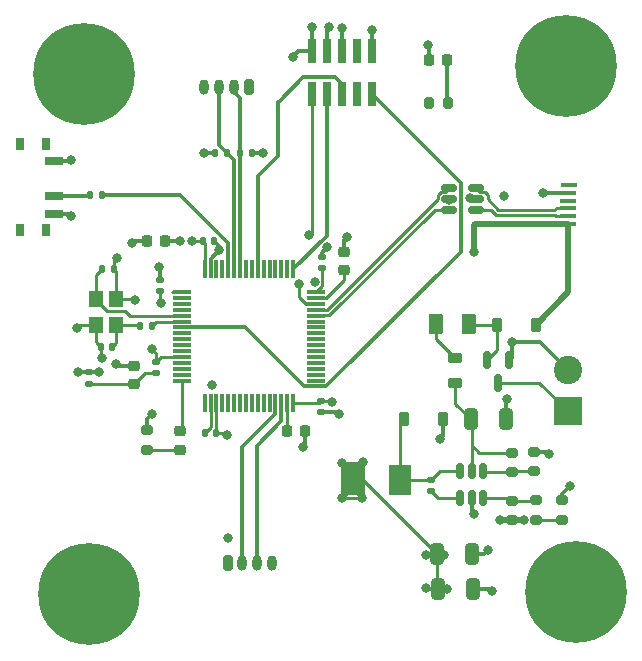
<source format=gbr>
%TF.GenerationSoftware,KiCad,Pcbnew,7.0.2*%
%TF.CreationDate,2023-06-15T10:28:23+05:30*%
%TF.ProjectId,stm32,73746d33-322e-46b6-9963-61645f706362,rev?*%
%TF.SameCoordinates,Original*%
%TF.FileFunction,Copper,L1,Top*%
%TF.FilePolarity,Positive*%
%FSLAX46Y46*%
G04 Gerber Fmt 4.6, Leading zero omitted, Abs format (unit mm)*
G04 Created by KiCad (PCBNEW 7.0.2) date 2023-06-15 10:28:23*
%MOMM*%
%LPD*%
G01*
G04 APERTURE LIST*
G04 Aperture macros list*
%AMRoundRect*
0 Rectangle with rounded corners*
0 $1 Rounding radius*
0 $2 $3 $4 $5 $6 $7 $8 $9 X,Y pos of 4 corners*
0 Add a 4 corners polygon primitive as box body*
4,1,4,$2,$3,$4,$5,$6,$7,$8,$9,$2,$3,0*
0 Add four circle primitives for the rounded corners*
1,1,$1+$1,$2,$3*
1,1,$1+$1,$4,$5*
1,1,$1+$1,$6,$7*
1,1,$1+$1,$8,$9*
0 Add four rect primitives between the rounded corners*
20,1,$1+$1,$2,$3,$4,$5,0*
20,1,$1+$1,$4,$5,$6,$7,0*
20,1,$1+$1,$6,$7,$8,$9,0*
20,1,$1+$1,$8,$9,$2,$3,0*%
G04 Aperture macros list end*
%TA.AperFunction,ComponentPad*%
%ADD10RoundRect,0.200000X-0.200000X-0.450000X0.200000X-0.450000X0.200000X0.450000X-0.200000X0.450000X0*%
%TD*%
%TA.AperFunction,ComponentPad*%
%ADD11O,0.800000X1.300000*%
%TD*%
%TA.AperFunction,SMDPad,CuDef*%
%ADD12RoundRect,0.140000X0.140000X0.170000X-0.140000X0.170000X-0.140000X-0.170000X0.140000X-0.170000X0*%
%TD*%
%TA.AperFunction,SMDPad,CuDef*%
%ADD13RoundRect,0.140000X-0.170000X0.140000X-0.170000X-0.140000X0.170000X-0.140000X0.170000X0.140000X0*%
%TD*%
%TA.AperFunction,SMDPad,CuDef*%
%ADD14RoundRect,0.135000X-0.135000X-0.185000X0.135000X-0.185000X0.135000X0.185000X-0.135000X0.185000X0*%
%TD*%
%TA.AperFunction,SMDPad,CuDef*%
%ADD15RoundRect,0.200000X-0.275000X0.200000X-0.275000X-0.200000X0.275000X-0.200000X0.275000X0.200000X0*%
%TD*%
%TA.AperFunction,SMDPad,CuDef*%
%ADD16R,0.800000X1.000000*%
%TD*%
%TA.AperFunction,SMDPad,CuDef*%
%ADD17R,1.500000X0.700000*%
%TD*%
%TA.AperFunction,ComponentPad*%
%ADD18R,2.400000X2.400000*%
%TD*%
%TA.AperFunction,ComponentPad*%
%ADD19C,2.400000*%
%TD*%
%TA.AperFunction,ComponentPad*%
%ADD20C,0.900000*%
%TD*%
%TA.AperFunction,ComponentPad*%
%ADD21C,8.600000*%
%TD*%
%TA.AperFunction,SMDPad,CuDef*%
%ADD22RoundRect,0.200000X-0.200000X-0.275000X0.200000X-0.275000X0.200000X0.275000X-0.200000X0.275000X0*%
%TD*%
%TA.AperFunction,SMDPad,CuDef*%
%ADD23RoundRect,0.140000X0.170000X-0.140000X0.170000X0.140000X-0.170000X0.140000X-0.170000X-0.140000X0*%
%TD*%
%TA.AperFunction,SMDPad,CuDef*%
%ADD24RoundRect,0.150000X0.512500X0.150000X-0.512500X0.150000X-0.512500X-0.150000X0.512500X-0.150000X0*%
%TD*%
%TA.AperFunction,SMDPad,CuDef*%
%ADD25RoundRect,0.225000X-0.225000X-0.375000X0.225000X-0.375000X0.225000X0.375000X-0.225000X0.375000X0*%
%TD*%
%TA.AperFunction,SMDPad,CuDef*%
%ADD26RoundRect,0.225000X-0.225000X-0.250000X0.225000X-0.250000X0.225000X0.250000X-0.225000X0.250000X0*%
%TD*%
%TA.AperFunction,SMDPad,CuDef*%
%ADD27RoundRect,0.225000X0.225000X0.250000X-0.225000X0.250000X-0.225000X-0.250000X0.225000X-0.250000X0*%
%TD*%
%TA.AperFunction,SMDPad,CuDef*%
%ADD28RoundRect,0.135000X0.135000X0.185000X-0.135000X0.185000X-0.135000X-0.185000X0.135000X-0.185000X0*%
%TD*%
%TA.AperFunction,SMDPad,CuDef*%
%ADD29RoundRect,0.150000X-0.150000X0.587500X-0.150000X-0.587500X0.150000X-0.587500X0.150000X0.587500X0*%
%TD*%
%TA.AperFunction,SMDPad,CuDef*%
%ADD30RoundRect,0.140000X-0.140000X-0.170000X0.140000X-0.170000X0.140000X0.170000X-0.140000X0.170000X0*%
%TD*%
%TA.AperFunction,SMDPad,CuDef*%
%ADD31RoundRect,0.218750X0.256250X-0.218750X0.256250X0.218750X-0.256250X0.218750X-0.256250X-0.218750X0*%
%TD*%
%TA.AperFunction,SMDPad,CuDef*%
%ADD32R,1.350000X0.400000*%
%TD*%
%TA.AperFunction,SMDPad,CuDef*%
%ADD33RoundRect,0.218750X0.218750X0.256250X-0.218750X0.256250X-0.218750X-0.256250X0.218750X-0.256250X0*%
%TD*%
%TA.AperFunction,SMDPad,CuDef*%
%ADD34RoundRect,0.200000X0.275000X-0.200000X0.275000X0.200000X-0.275000X0.200000X-0.275000X-0.200000X0*%
%TD*%
%TA.AperFunction,SMDPad,CuDef*%
%ADD35R,0.750000X2.100000*%
%TD*%
%TA.AperFunction,SMDPad,CuDef*%
%ADD36RoundRect,0.150000X0.150000X-0.512500X0.150000X0.512500X-0.150000X0.512500X-0.150000X-0.512500X0*%
%TD*%
%TA.AperFunction,SMDPad,CuDef*%
%ADD37RoundRect,0.075000X-0.700000X-0.075000X0.700000X-0.075000X0.700000X0.075000X-0.700000X0.075000X0*%
%TD*%
%TA.AperFunction,SMDPad,CuDef*%
%ADD38RoundRect,0.075000X-0.075000X-0.700000X0.075000X-0.700000X0.075000X0.700000X-0.075000X0.700000X0*%
%TD*%
%TA.AperFunction,SMDPad,CuDef*%
%ADD39R,1.200000X1.400000*%
%TD*%
%TA.AperFunction,SMDPad,CuDef*%
%ADD40RoundRect,0.218750X0.381250X-0.218750X0.381250X0.218750X-0.381250X0.218750X-0.381250X-0.218750X0*%
%TD*%
%TA.AperFunction,SMDPad,CuDef*%
%ADD41RoundRect,0.225000X0.250000X-0.225000X0.250000X0.225000X-0.250000X0.225000X-0.250000X-0.225000X0*%
%TD*%
%TA.AperFunction,SMDPad,CuDef*%
%ADD42R,1.900000X2.500000*%
%TD*%
%TA.AperFunction,SMDPad,CuDef*%
%ADD43RoundRect,0.250000X-0.375000X-0.625000X0.375000X-0.625000X0.375000X0.625000X-0.375000X0.625000X0*%
%TD*%
%TA.AperFunction,SMDPad,CuDef*%
%ADD44RoundRect,0.250000X-0.325000X-0.650000X0.325000X-0.650000X0.325000X0.650000X-0.325000X0.650000X0*%
%TD*%
%TA.AperFunction,SMDPad,CuDef*%
%ADD45RoundRect,0.147500X-0.172500X0.147500X-0.172500X-0.147500X0.172500X-0.147500X0.172500X0.147500X0*%
%TD*%
%TA.AperFunction,ComponentPad*%
%ADD46RoundRect,0.200000X0.200000X0.450000X-0.200000X0.450000X-0.200000X-0.450000X0.200000X-0.450000X0*%
%TD*%
%TA.AperFunction,ViaPad*%
%ADD47C,0.800000*%
%TD*%
%TA.AperFunction,Conductor*%
%ADD48C,0.300000*%
%TD*%
%TA.AperFunction,Conductor*%
%ADD49C,0.250000*%
%TD*%
%TA.AperFunction,Conductor*%
%ADD50C,0.500000*%
%TD*%
%TA.AperFunction,Conductor*%
%ADD51C,0.261112*%
%TD*%
G04 APERTURE END LIST*
D10*
%TO.P,J3,1,Pin_1*%
%TO.N,+3.3V*%
X93657500Y-116682000D03*
D11*
%TO.P,J3,2,Pin_2*%
%TO.N,USART3_TX*%
X94907500Y-116682000D03*
%TO.P,J3,3,Pin_3*%
%TO.N,USART3_RX*%
X96157500Y-116682000D03*
%TO.P,J3,4,Pin_4*%
%TO.N,GND*%
X97407500Y-116682000D03*
%TD*%
D12*
%TO.P,C5,1*%
%TO.N,+3.3V*%
X92700000Y-105632000D03*
%TO.P,C5,2*%
%TO.N,GND*%
X91740000Y-105632000D03*
%TD*%
D13*
%TO.P,C16,1*%
%TO.N,BUCK_SW*%
X110920000Y-109602000D03*
%TO.P,C16,2*%
%TO.N,BUCK_BST*%
X110920000Y-110562000D03*
%TD*%
D14*
%TO.P,R1,1*%
%TO.N,Net-(C12-Pad1)*%
X86210000Y-96582000D03*
%TO.P,R1,2*%
%TO.N,HSE_OUT*%
X87230000Y-96582000D03*
%TD*%
D15*
%TO.P,R6,1*%
%TO.N,BUCK_FB*%
X117750000Y-111392000D03*
%TO.P,R6,2*%
%TO.N,+3.3V*%
X117750000Y-113042000D03*
%TD*%
D16*
%TO.P,SW1,*%
%TO.N,*%
X78300000Y-81182000D03*
X76090000Y-81182000D03*
X78300000Y-88482000D03*
X76090000Y-88482000D03*
D17*
%TO.P,SW1,1,A*%
%TO.N,+3.3V*%
X78950000Y-82582000D03*
%TO.P,SW1,2,B*%
%TO.N,Net-(SW1-B)*%
X78950000Y-85582000D03*
%TO.P,SW1,3,C*%
%TO.N,GND*%
X78950000Y-87082000D03*
%TD*%
D18*
%TO.P,J2,1,Pin_1*%
%TO.N,+12V*%
X122520000Y-103782000D03*
D19*
%TO.P,J2,2,Pin_2*%
%TO.N,GND*%
X122520000Y-100282000D03*
%TD*%
D20*
%TO.P,H1,1,1*%
%TO.N,GND*%
X119114581Y-74601581D03*
X120059162Y-72321162D03*
X120059162Y-76882000D03*
X122339581Y-71376581D03*
D21*
X122339581Y-74601581D03*
D20*
X122339581Y-77826581D03*
X124620000Y-72321162D03*
X124620000Y-76882000D03*
X125564581Y-74601581D03*
%TD*%
D22*
%TO.P,R9,1*%
%TO.N,GND*%
X110681000Y-77724000D03*
%TO.P,R9,2*%
%TO.N,Net-(D4-K)*%
X112331000Y-77724000D03*
%TD*%
D23*
%TO.P,C7,1*%
%TO.N,+3.3V*%
X101620000Y-91712000D03*
%TO.P,C7,2*%
%TO.N,GND*%
X101620000Y-90752000D03*
%TD*%
D24*
%TO.P,U3,1,I/O1*%
%TO.N,USB_CONN_D-*%
X114707500Y-86782000D03*
%TO.P,U3,2,GND*%
%TO.N,GND*%
X114707500Y-85832000D03*
%TO.P,U3,3,I/O2*%
%TO.N,USB_CONN_D+*%
X114707500Y-84882000D03*
%TO.P,U3,4,I/O2*%
%TO.N,USB_D+*%
X112432500Y-84882000D03*
%TO.P,U3,5,VBUS*%
%TO.N,+5V*%
X112432500Y-85832000D03*
%TO.P,U3,6,I/O1*%
%TO.N,USB_D-*%
X112432500Y-86782000D03*
%TD*%
D25*
%TO.P,D2,1,K*%
%TO.N,BUCK_SW*%
X108620000Y-104482000D03*
%TO.P,D2,2,A*%
%TO.N,GND*%
X111920000Y-104482000D03*
%TD*%
D26*
%TO.P,C2,1*%
%TO.N,Net-(U1-VCAP_1)*%
X98695000Y-105482000D03*
%TO.P,C2,2*%
%TO.N,GND*%
X100245000Y-105482000D03*
%TD*%
D27*
%TO.P,C3,1*%
%TO.N,+3.3V*%
X88405000Y-89408000D03*
%TO.P,C3,2*%
%TO.N,GND*%
X86855000Y-89408000D03*
%TD*%
D28*
%TO.P,R11,1*%
%TO.N,I2C1_SDA*%
X93601000Y-81915000D03*
%TO.P,R11,2*%
%TO.N,+3.3V*%
X92581000Y-81915000D03*
%TD*%
D29*
%TO.P,Q1,1,G*%
%TO.N,GND*%
X117520000Y-99507000D03*
%TO.P,Q1,2,S*%
%TO.N,Net-(D3-K)*%
X115620000Y-99507000D03*
%TO.P,Q1,3,D*%
%TO.N,+12V*%
X116570000Y-101382000D03*
%TD*%
D15*
%TO.P,R3,1*%
%TO.N,GND*%
X86820000Y-105411500D03*
%TO.P,R3,2*%
%TO.N,Net-(D1-K)*%
X86820000Y-107061500D03*
%TD*%
D14*
%TO.P,R10,1*%
%TO.N,I2C1_SCL*%
X94740000Y-81915000D03*
%TO.P,R10,2*%
%TO.N,+3.3V*%
X95760000Y-81915000D03*
%TD*%
D30*
%TO.P,C8,1*%
%TO.N,+3.3V*%
X91595000Y-89408000D03*
%TO.P,C8,2*%
%TO.N,GND*%
X92555000Y-89408000D03*
%TD*%
D31*
%TO.P,D1,1,K*%
%TO.N,Net-(D1-K)*%
X89620000Y-107074000D03*
%TO.P,D1,2,A*%
%TO.N,LED_STATUS*%
X89620000Y-105499000D03*
%TD*%
D32*
%TO.P,J5,1,VBUS*%
%TO.N,+5V*%
X122524500Y-87932000D03*
%TO.P,J5,2,D-*%
%TO.N,USB_CONN_D-*%
X122524500Y-87282000D03*
%TO.P,J5,3,D+*%
%TO.N,USB_CONN_D+*%
X122524500Y-86632000D03*
%TO.P,J5,4,ID*%
%TO.N,unconnected-(J5-ID-Pad4)*%
X122524500Y-85982000D03*
%TO.P,J5,5,GND*%
%TO.N,GND*%
X122524500Y-85332000D03*
%TO.P,J5,6,Shield*%
%TO.N,unconnected-(J5-Shield-Pad6)*%
X122549500Y-84682000D03*
%TD*%
D20*
%TO.P,H3,1,1*%
%TO.N,GND*%
X78735600Y-119316800D03*
X79680181Y-117036381D03*
X79680181Y-121597219D03*
X81960600Y-116091800D03*
D21*
X81960600Y-119316800D03*
D20*
X81960600Y-122541800D03*
X84241019Y-117036381D03*
X84241019Y-121597219D03*
X85185600Y-119316800D03*
%TD*%
D33*
%TO.P,D4,1,K*%
%TO.N,Net-(D4-K)*%
X112282500Y-74082000D03*
%TO.P,D4,2,A*%
%TO.N,+3.3V*%
X110707500Y-74082000D03*
%TD*%
D34*
%TO.P,R4,1*%
%TO.N,BUCK_EN*%
X117750000Y-108978000D03*
%TO.P,R4,2*%
%TO.N,BUCK_IN*%
X117750000Y-107328000D03*
%TD*%
D35*
%TO.P,J1,1,Pin_1*%
%TO.N,+3.3V*%
X100780000Y-73332000D03*
%TO.P,J1,2,Pin_2*%
%TO.N,SWDIO*%
X100780000Y-76932000D03*
%TO.P,J1,3,Pin_3*%
%TO.N,GND*%
X102050000Y-73332000D03*
%TO.P,J1,4,Pin_4*%
%TO.N,SWCLK*%
X102050000Y-76932000D03*
%TO.P,J1,5,Pin_5*%
%TO.N,GND*%
X103320000Y-73332000D03*
%TO.P,J1,6,Pin_6*%
%TO.N,SWO*%
X103320000Y-76932000D03*
%TO.P,J1,7,Pin_7*%
%TO.N,unconnected-(J1-Pin_7-Pad7)*%
X104590000Y-73332000D03*
%TO.P,J1,8,Pin_8*%
%TO.N,unconnected-(J1-Pin_8-Pad8)*%
X104590000Y-76932000D03*
%TO.P,J1,9,Pin_9*%
%TO.N,GND*%
X105860000Y-73332000D03*
%TO.P,J1,10,Pin_10*%
%TO.N,NRST*%
X105860000Y-76932000D03*
%TD*%
D36*
%TO.P,U2,1,BST*%
%TO.N,BUCK_BST*%
X113370000Y-111119500D03*
%TO.P,U2,2,GND*%
%TO.N,GND*%
X114320000Y-111119500D03*
%TO.P,U2,3,FB*%
%TO.N,BUCK_FB*%
X115270000Y-111119500D03*
%TO.P,U2,4,EN*%
%TO.N,BUCK_EN*%
X115270000Y-108844500D03*
%TO.P,U2,5,IN*%
%TO.N,BUCK_IN*%
X114320000Y-108844500D03*
%TO.P,U2,6,SW*%
%TO.N,BUCK_SW*%
X113370000Y-108844500D03*
%TD*%
D37*
%TO.P,U1,1,VBAT*%
%TO.N,+3.3V*%
X89795000Y-93707000D03*
%TO.P,U1,2,PC13*%
%TO.N,unconnected-(U1-PC13-Pad2)*%
X89795000Y-94207000D03*
%TO.P,U1,3,PC14*%
%TO.N,unconnected-(U1-PC14-Pad3)*%
X89795000Y-94707000D03*
%TO.P,U1,4,PC15*%
%TO.N,unconnected-(U1-PC15-Pad4)*%
X89795000Y-95207000D03*
%TO.P,U1,5,PH0*%
%TO.N,HSE_IN*%
X89795000Y-95707000D03*
%TO.P,U1,6,PH1*%
%TO.N,HSE_OUT*%
X89795000Y-96207000D03*
%TO.P,U1,7,NRST*%
%TO.N,NRST*%
X89795000Y-96707000D03*
%TO.P,U1,8,PC0*%
%TO.N,unconnected-(U1-PC0-Pad8)*%
X89795000Y-97207000D03*
%TO.P,U1,9,PC1*%
%TO.N,unconnected-(U1-PC1-Pad9)*%
X89795000Y-97707000D03*
%TO.P,U1,10,PC2*%
%TO.N,unconnected-(U1-PC2-Pad10)*%
X89795000Y-98207000D03*
%TO.P,U1,11,PC3*%
%TO.N,unconnected-(U1-PC3-Pad11)*%
X89795000Y-98707000D03*
%TO.P,U1,12,VSSA*%
%TO.N,GND*%
X89795000Y-99207000D03*
%TO.P,U1,13,VDDA*%
%TO.N,+3.3VA*%
X89795000Y-99707000D03*
%TO.P,U1,14,PA0*%
%TO.N,unconnected-(U1-PA0-Pad14)*%
X89795000Y-100207000D03*
%TO.P,U1,15,PA1*%
%TO.N,unconnected-(U1-PA1-Pad15)*%
X89795000Y-100707000D03*
%TO.P,U1,16,PA2*%
%TO.N,LED_STATUS*%
X89795000Y-101207000D03*
D38*
%TO.P,U1,17,PA3*%
%TO.N,unconnected-(U1-PA3-Pad17)*%
X91720000Y-103132000D03*
%TO.P,U1,18,VSS*%
%TO.N,GND*%
X92220000Y-103132000D03*
%TO.P,U1,19,VDD*%
%TO.N,+3.3V*%
X92720000Y-103132000D03*
%TO.P,U1,20,PA4*%
%TO.N,unconnected-(U1-PA4-Pad20)*%
X93220000Y-103132000D03*
%TO.P,U1,21,PA5*%
%TO.N,unconnected-(U1-PA5-Pad21)*%
X93720000Y-103132000D03*
%TO.P,U1,22,PA6*%
%TO.N,unconnected-(U1-PA6-Pad22)*%
X94220000Y-103132000D03*
%TO.P,U1,23,PA7*%
%TO.N,unconnected-(U1-PA7-Pad23)*%
X94720000Y-103132000D03*
%TO.P,U1,24,PC4*%
%TO.N,unconnected-(U1-PC4-Pad24)*%
X95220000Y-103132000D03*
%TO.P,U1,25,PC5*%
%TO.N,unconnected-(U1-PC5-Pad25)*%
X95720000Y-103132000D03*
%TO.P,U1,26,PB0*%
%TO.N,unconnected-(U1-PB0-Pad26)*%
X96220000Y-103132000D03*
%TO.P,U1,27,PB1*%
%TO.N,unconnected-(U1-PB1-Pad27)*%
X96720000Y-103132000D03*
%TO.P,U1,28,PB2*%
%TO.N,unconnected-(U1-PB2-Pad28)*%
X97220000Y-103132000D03*
%TO.P,U1,29,PB10*%
%TO.N,USART3_TX*%
X97720000Y-103132000D03*
%TO.P,U1,30,PB11*%
%TO.N,USART3_RX*%
X98220000Y-103132000D03*
%TO.P,U1,31,VCAP_1*%
%TO.N,Net-(U1-VCAP_1)*%
X98720000Y-103132000D03*
%TO.P,U1,32,VDD*%
%TO.N,+3.3V*%
X99220000Y-103132000D03*
D37*
%TO.P,U1,33,PB12*%
%TO.N,unconnected-(U1-PB12-Pad33)*%
X101145000Y-101207000D03*
%TO.P,U1,34,PB13*%
%TO.N,unconnected-(U1-PB13-Pad34)*%
X101145000Y-100707000D03*
%TO.P,U1,35,PB14*%
%TO.N,unconnected-(U1-PB14-Pad35)*%
X101145000Y-100207000D03*
%TO.P,U1,36,PB15*%
%TO.N,unconnected-(U1-PB15-Pad36)*%
X101145000Y-99707000D03*
%TO.P,U1,37,PC6*%
%TO.N,unconnected-(U1-PC6-Pad37)*%
X101145000Y-99207000D03*
%TO.P,U1,38,PC7*%
%TO.N,unconnected-(U1-PC7-Pad38)*%
X101145000Y-98707000D03*
%TO.P,U1,39,PC8*%
%TO.N,unconnected-(U1-PC8-Pad39)*%
X101145000Y-98207000D03*
%TO.P,U1,40,PC9*%
%TO.N,unconnected-(U1-PC9-Pad40)*%
X101145000Y-97707000D03*
%TO.P,U1,41,PA8*%
%TO.N,unconnected-(U1-PA8-Pad41)*%
X101145000Y-97207000D03*
%TO.P,U1,42,PA9*%
%TO.N,unconnected-(U1-PA9-Pad42)*%
X101145000Y-96707000D03*
%TO.P,U1,43,PA10*%
%TO.N,unconnected-(U1-PA10-Pad43)*%
X101145000Y-96207000D03*
%TO.P,U1,44,PA11*%
%TO.N,USB_D-*%
X101145000Y-95707000D03*
%TO.P,U1,45,PA12*%
%TO.N,USB_D+*%
X101145000Y-95207000D03*
%TO.P,U1,46,PA13*%
%TO.N,SWDIO*%
X101145000Y-94707000D03*
%TO.P,U1,47,VCAP_2*%
%TO.N,Net-(U1-VCAP_2)*%
X101145000Y-94207000D03*
%TO.P,U1,48,VDD*%
%TO.N,+3.3V*%
X101145000Y-93707000D03*
D38*
%TO.P,U1,49,PA14*%
%TO.N,SWCLK*%
X99220000Y-91782000D03*
%TO.P,U1,50,PA15*%
%TO.N,unconnected-(U1-PA15-Pad50)*%
X98720000Y-91782000D03*
%TO.P,U1,51,PC10*%
%TO.N,unconnected-(U1-PC10-Pad51)*%
X98220000Y-91782000D03*
%TO.P,U1,52,PC11*%
%TO.N,unconnected-(U1-PC11-Pad52)*%
X97720000Y-91782000D03*
%TO.P,U1,53,PC12*%
%TO.N,unconnected-(U1-PC12-Pad53)*%
X97220000Y-91782000D03*
%TO.P,U1,54,PD2*%
%TO.N,unconnected-(U1-PD2-Pad54)*%
X96720000Y-91782000D03*
%TO.P,U1,55,PB3*%
%TO.N,SWO*%
X96220000Y-91782000D03*
%TO.P,U1,56,PB4*%
%TO.N,unconnected-(U1-PB4-Pad56)*%
X95720000Y-91782000D03*
%TO.P,U1,57,PB5*%
%TO.N,unconnected-(U1-PB5-Pad57)*%
X95220000Y-91782000D03*
%TO.P,U1,58,PB6*%
%TO.N,I2C1_SCL*%
X94720000Y-91782000D03*
%TO.P,U1,59,PB7*%
%TO.N,I2C1_SDA*%
X94220000Y-91782000D03*
%TO.P,U1,60,BOOT0*%
%TO.N,BOOT0*%
X93720000Y-91782000D03*
%TO.P,U1,61,PB8*%
%TO.N,unconnected-(U1-PB8-Pad61)*%
X93220000Y-91782000D03*
%TO.P,U1,62,PB9*%
%TO.N,unconnected-(U1-PB9-Pad62)*%
X92720000Y-91782000D03*
%TO.P,U1,63,VSS*%
%TO.N,GND*%
X92220000Y-91782000D03*
%TO.P,U1,64,VDD*%
%TO.N,+3.3V*%
X91720000Y-91782000D03*
%TD*%
D23*
%TO.P,C4,1*%
%TO.N,+3.3V*%
X87920000Y-93642000D03*
%TO.P,C4,2*%
%TO.N,GND*%
X87920000Y-92682000D03*
%TD*%
D39*
%TO.P,Y1,1,1*%
%TO.N,HSE_IN*%
X82530000Y-94322000D03*
%TO.P,Y1,2,2*%
%TO.N,GND*%
X82530000Y-96522000D03*
%TO.P,Y1,3,3*%
%TO.N,Net-(C12-Pad1)*%
X84230000Y-96522000D03*
%TO.P,Y1,4,4*%
%TO.N,GND*%
X84230000Y-94322000D03*
%TD*%
D40*
%TO.P,FB1,1*%
%TO.N,BUCK_IN*%
X112920000Y-101382000D03*
%TO.P,FB1,2*%
%TO.N,Net-(F1-Pad1)*%
X112920000Y-99257000D03*
%TD*%
D20*
%TO.P,H4,1,1*%
%TO.N,GND*%
X78314581Y-75251581D03*
X79259162Y-72971162D03*
X79259162Y-77532000D03*
X81539581Y-72026581D03*
D21*
X81539581Y-75251581D03*
D20*
X81539581Y-78476581D03*
X83820000Y-72971162D03*
X83820000Y-77532000D03*
X84764581Y-75251581D03*
%TD*%
D41*
%TO.P,C10,1*%
%TO.N,Net-(C10-Pad1)*%
X85725000Y-101486000D03*
%TO.P,C10,2*%
%TO.N,GND*%
X85725000Y-99936000D03*
%TD*%
D42*
%TO.P,L2,1*%
%TO.N,BUCK_SW*%
X108270000Y-109632000D03*
%TO.P,L2,2*%
%TO.N,+3.3V*%
X104170000Y-109632000D03*
%TD*%
D12*
%TO.P,C12,1*%
%TO.N,Net-(C12-Pad1)*%
X83919000Y-98372000D03*
%TO.P,C12,2*%
%TO.N,GND*%
X82959000Y-98372000D03*
%TD*%
D43*
%TO.P,F1,1*%
%TO.N,Net-(F1-Pad1)*%
X111320000Y-96432000D03*
%TO.P,F1,2*%
%TO.N,Net-(D3-K)*%
X114120000Y-96432000D03*
%TD*%
D15*
%TO.P,R8,1*%
%TO.N,GND*%
X121950000Y-111342000D03*
%TO.P,R8,2*%
%TO.N,Net-(R7-Pad1)*%
X121950000Y-112992000D03*
%TD*%
D44*
%TO.P,C14,1*%
%TO.N,+3.3V*%
X111395000Y-115882000D03*
%TO.P,C14,2*%
%TO.N,GND*%
X114345000Y-115882000D03*
%TD*%
%TO.P,C15,1*%
%TO.N,+3.3V*%
X111495000Y-118832000D03*
%TO.P,C15,2*%
%TO.N,GND*%
X114445000Y-118832000D03*
%TD*%
D41*
%TO.P,C1,1*%
%TO.N,Net-(U1-VCAP_2)*%
X103505000Y-91834000D03*
%TO.P,C1,2*%
%TO.N,GND*%
X103505000Y-90284000D03*
%TD*%
D23*
%TO.P,C9,1*%
%TO.N,Net-(C10-Pad1)*%
X87630000Y-100556000D03*
%TO.P,C9,2*%
%TO.N,GND*%
X87630000Y-99596000D03*
%TD*%
D25*
%TO.P,D3,1,K*%
%TO.N,Net-(D3-K)*%
X116470000Y-96482000D03*
%TO.P,D3,2,A*%
%TO.N,+5V*%
X119770000Y-96482000D03*
%TD*%
D30*
%TO.P,C11,1*%
%TO.N,HSE_IN*%
X83050000Y-91772000D03*
%TO.P,C11,2*%
%TO.N,GND*%
X84010000Y-91772000D03*
%TD*%
D45*
%TO.P,L1,1*%
%TO.N,+3.3V*%
X81936000Y-100493000D03*
%TO.P,L1,2*%
%TO.N,Net-(C10-Pad1)*%
X81936000Y-101463000D03*
%TD*%
D13*
%TO.P,C6,1*%
%TO.N,+3.3V*%
X101570000Y-102932000D03*
%TO.P,C6,2*%
%TO.N,GND*%
X101570000Y-103892000D03*
%TD*%
D44*
%TO.P,C13,1*%
%TO.N,BUCK_IN*%
X114245000Y-104482000D03*
%TO.P,C13,2*%
%TO.N,GND*%
X117195000Y-104482000D03*
%TD*%
D34*
%TO.P,R7,1*%
%TO.N,Net-(R7-Pad1)*%
X119800000Y-112992000D03*
%TO.P,R7,2*%
%TO.N,BUCK_FB*%
X119800000Y-111342000D03*
%TD*%
D46*
%TO.P,J4,1,Pin_1*%
%TO.N,+3.3V*%
X95445000Y-76332000D03*
D11*
%TO.P,J4,2,Pin_2*%
%TO.N,I2C1_SCL*%
X94195000Y-76332000D03*
%TO.P,J4,3,Pin_3*%
%TO.N,I2C1_SDA*%
X92945000Y-76332000D03*
%TO.P,J4,4,Pin_4*%
%TO.N,GND*%
X91695000Y-76332000D03*
%TD*%
D15*
%TO.P,R5,1*%
%TO.N,GND*%
X119600000Y-107253000D03*
%TO.P,R5,2*%
%TO.N,BUCK_EN*%
X119600000Y-108903000D03*
%TD*%
D20*
%TO.P,H2,1,1*%
%TO.N,GND*%
X119914581Y-119101581D03*
X120859162Y-116821162D03*
X120859162Y-121382000D03*
X123139581Y-115876581D03*
D21*
X123139581Y-119101581D03*
D20*
X123139581Y-122326581D03*
X125420000Y-116821162D03*
X125420000Y-121382000D03*
X126364581Y-119101581D03*
%TD*%
D14*
%TO.P,R2,1*%
%TO.N,Net-(SW1-B)*%
X82040000Y-85471000D03*
%TO.P,R2,2*%
%TO.N,BOOT0*%
X83060000Y-85471000D03*
%TD*%
D47*
%TO.N,+3.3V*%
X110617000Y-72771000D03*
X99187000Y-73787000D03*
X101092000Y-92837000D03*
X104013000Y-109728000D03*
X90678000Y-89408000D03*
%TO.N,GND*%
X114194500Y-85781500D03*
X117094000Y-85598000D03*
X120396000Y-85344000D03*
X102108000Y-89916000D03*
X103759000Y-89027000D03*
X114554000Y-112522000D03*
X116078000Y-118999000D03*
X115697000Y-115570000D03*
X122682000Y-110109000D03*
X117729000Y-97917000D03*
X120904000Y-107442000D03*
X111633000Y-106172000D03*
X117348000Y-102743000D03*
X103124000Y-104013000D03*
X100076000Y-106807000D03*
X87249000Y-104013000D03*
X92329000Y-101600000D03*
X87249000Y-98552000D03*
X83058000Y-99314000D03*
X84201000Y-99822000D03*
X80899000Y-96774000D03*
X85852000Y-94361000D03*
X84328000Y-90805000D03*
X80391000Y-87249000D03*
X87884000Y-91567000D03*
X85598000Y-89535000D03*
X103378000Y-71374000D03*
X102235000Y-71247000D03*
X105918000Y-71501000D03*
X110744000Y-77724000D03*
%TO.N,+3.3V*%
X118745000Y-113030000D03*
X116713000Y-113030000D03*
X112268000Y-118872000D03*
X110490000Y-118745000D03*
X112014000Y-115951000D03*
X110490000Y-115951000D03*
X105029000Y-111125000D03*
X105156000Y-108077000D03*
X103378000Y-108204000D03*
X100838000Y-71247000D03*
X82804000Y-100457000D03*
X103378000Y-111125000D03*
X93726000Y-114554000D03*
X102489000Y-102997000D03*
X93599000Y-105791000D03*
X81026000Y-100457000D03*
X80391000Y-82550000D03*
X90678000Y-89408000D03*
X89662000Y-89408000D03*
%TO.N,+5V*%
X112395000Y-85882500D03*
X114554000Y-90297000D03*
%TO.N,SWDIO*%
X100584000Y-88900000D03*
X99725745Y-93001047D03*
%TO.N,GND*%
X92970500Y-90170000D03*
%TO.N,+3.3V*%
X88011000Y-94615000D03*
X91694000Y-81915000D03*
X96647000Y-81915000D03*
%TD*%
D48*
%TO.N,+3.3V*%
X110707500Y-72861500D02*
X110617000Y-72771000D01*
X110707500Y-74082000D02*
X110707500Y-72861500D01*
X99642000Y-73332000D02*
X99187000Y-73787000D01*
X100780000Y-73332000D02*
X99642000Y-73332000D01*
D49*
X104013000Y-109728000D02*
X104170000Y-110266000D01*
D48*
%TO.N,GND*%
X114245000Y-85832000D02*
X114194500Y-85781500D01*
X114707500Y-85832000D02*
X114245000Y-85832000D01*
X120408000Y-85332000D02*
X120396000Y-85344000D01*
X122524500Y-85332000D02*
X120408000Y-85332000D01*
X101620000Y-90404000D02*
X102108000Y-89916000D01*
X101620000Y-90752000D02*
X101620000Y-90404000D01*
X103505000Y-89281000D02*
X103759000Y-89027000D01*
X103505000Y-90284000D02*
X103505000Y-89281000D01*
X105860000Y-71559000D02*
X105918000Y-71501000D01*
X105860000Y-73332000D02*
X105860000Y-71559000D01*
X103320000Y-71432000D02*
X103378000Y-71374000D01*
X103320000Y-73332000D02*
X103320000Y-71432000D01*
X102050000Y-73332000D02*
X102050000Y-71432000D01*
X102050000Y-71432000D02*
X102235000Y-71247000D01*
X80224000Y-87082000D02*
X80391000Y-87249000D01*
X78950000Y-87082000D02*
X80224000Y-87082000D01*
X85725000Y-89408000D02*
X85598000Y-89535000D01*
X86855000Y-89408000D02*
X85725000Y-89408000D01*
D49*
X84010000Y-91772000D02*
X84010000Y-91123000D01*
X84010000Y-91123000D02*
X84328000Y-90805000D01*
D48*
X87920000Y-91603000D02*
X87884000Y-91567000D01*
X87920000Y-92682000D02*
X87920000Y-91603000D01*
D49*
X81151000Y-96522000D02*
X80899000Y-96774000D01*
X82530000Y-96522000D02*
X81151000Y-96522000D01*
X85813000Y-94322000D02*
X85852000Y-94361000D01*
X84230000Y-94322000D02*
X85813000Y-94322000D01*
%TO.N,Net-(C12-Pad1)*%
X84230000Y-96522000D02*
X86150000Y-96522000D01*
X86150000Y-96522000D02*
X86210000Y-96582000D01*
D48*
%TO.N,GND*%
X103003000Y-103892000D02*
X103124000Y-104013000D01*
X101570000Y-103892000D02*
X103003000Y-103892000D01*
X100245000Y-106638000D02*
X100076000Y-106807000D01*
X100245000Y-105482000D02*
X100245000Y-106638000D01*
D49*
X87630000Y-98933000D02*
X87249000Y-98552000D01*
X87630000Y-99596000D02*
X87630000Y-98933000D01*
X82959000Y-99215000D02*
X83058000Y-99314000D01*
X82959000Y-98372000D02*
X82959000Y-99215000D01*
D48*
X84315000Y-99936000D02*
X84201000Y-99822000D01*
X85725000Y-99936000D02*
X84315000Y-99936000D01*
X86820000Y-105411500D02*
X86820000Y-104442000D01*
X86820000Y-104442000D02*
X87249000Y-104013000D01*
X120155000Y-97917000D02*
X117729000Y-97917000D01*
X122520000Y-100282000D02*
X120155000Y-97917000D01*
X117729000Y-99298000D02*
X117520000Y-99507000D01*
X117729000Y-97917000D02*
X117729000Y-99298000D01*
X117195000Y-102896000D02*
X117348000Y-102743000D01*
X117195000Y-104482000D02*
X117195000Y-102896000D01*
X111920000Y-105885000D02*
X111633000Y-106172000D01*
X111920000Y-104482000D02*
X111920000Y-105885000D01*
X120715000Y-107253000D02*
X120904000Y-107442000D01*
X119600000Y-107253000D02*
X120715000Y-107253000D01*
X114320000Y-112288000D02*
X114554000Y-112522000D01*
X114320000Y-111119500D02*
X114320000Y-112288000D01*
X114445000Y-118832000D02*
X115911000Y-118832000D01*
X115911000Y-118832000D02*
X116078000Y-118999000D01*
X115385000Y-115882000D02*
X115697000Y-115570000D01*
X114345000Y-115882000D02*
X115385000Y-115882000D01*
X121950000Y-110841000D02*
X122682000Y-110109000D01*
X121950000Y-111342000D02*
X121950000Y-110841000D01*
D50*
%TO.N,+3.3V*%
X116725000Y-113042000D02*
X116713000Y-113030000D01*
X117750000Y-113042000D02*
X116725000Y-113042000D01*
X118733000Y-113042000D02*
X118745000Y-113030000D01*
X117750000Y-113042000D02*
X118733000Y-113042000D01*
D49*
X110577000Y-118832000D02*
X110490000Y-118745000D01*
X111495000Y-118832000D02*
X110577000Y-118832000D01*
X112228000Y-118832000D02*
X112268000Y-118872000D01*
X111495000Y-118832000D02*
X112228000Y-118832000D01*
X110559000Y-115882000D02*
X110490000Y-115951000D01*
X111395000Y-115882000D02*
X110559000Y-115882000D01*
X111945000Y-115882000D02*
X112014000Y-115951000D01*
X111395000Y-115882000D02*
X111945000Y-115882000D01*
X105029000Y-111125000D02*
X103378000Y-111125000D01*
X105156000Y-110998000D02*
X105029000Y-111125000D01*
X105156000Y-108077000D02*
X105156000Y-110998000D01*
X105029000Y-108204000D02*
X105156000Y-108077000D01*
X103378000Y-108204000D02*
X105029000Y-108204000D01*
X103378000Y-111125000D02*
X103378000Y-108204000D01*
X104170000Y-110333000D02*
X103378000Y-111125000D01*
X104170000Y-109632000D02*
X104170000Y-110333000D01*
X104170000Y-110266000D02*
X105029000Y-111125000D01*
X104170000Y-109632000D02*
X104013000Y-109728000D01*
X104170000Y-109063000D02*
X105156000Y-108077000D01*
X104170000Y-109632000D02*
X104170000Y-109063000D01*
X104170000Y-108996000D02*
X103378000Y-108204000D01*
X104170000Y-109632000D02*
X104170000Y-108996000D01*
X102424000Y-102932000D02*
X102489000Y-102997000D01*
X101570000Y-102932000D02*
X102424000Y-102932000D01*
X93440000Y-105632000D02*
X93599000Y-105791000D01*
X92700000Y-105632000D02*
X93440000Y-105632000D01*
D48*
X81062000Y-100493000D02*
X81026000Y-100457000D01*
X81936000Y-100493000D02*
X81062000Y-100493000D01*
X82768000Y-100493000D02*
X82804000Y-100457000D01*
X81936000Y-100493000D02*
X82768000Y-100493000D01*
D49*
X87920000Y-94524000D02*
X88011000Y-94615000D01*
X87920000Y-93642000D02*
X87920000Y-94524000D01*
D48*
X80359000Y-82582000D02*
X80391000Y-82550000D01*
X78950000Y-82582000D02*
X80359000Y-82582000D01*
D49*
X91595000Y-89408000D02*
X90678000Y-89408000D01*
D48*
X88405000Y-89408000D02*
X89662000Y-89408000D01*
X92581000Y-81915000D02*
X91694000Y-81915000D01*
X95760000Y-81915000D02*
X96647000Y-81915000D01*
X100780000Y-71305000D02*
X100838000Y-71247000D01*
X100780000Y-73332000D02*
X100780000Y-71305000D01*
%TO.N,GND*%
X92970500Y-90170000D02*
X92970500Y-89823500D01*
X92955959Y-90170000D02*
X92220000Y-90905959D01*
X92220000Y-90905959D02*
X92220000Y-91782000D01*
X92970500Y-90170000D02*
X92955959Y-90170000D01*
X92970500Y-89823500D02*
X92555000Y-89408000D01*
D49*
%TO.N,+3.3V*%
X88011000Y-93733000D02*
X87920000Y-93642000D01*
X88011000Y-94615000D02*
X88046315Y-94615000D01*
X88954315Y-93707000D02*
X89795000Y-93707000D01*
D48*
%TO.N,SWO*%
X96220000Y-83866000D02*
X96220000Y-91782000D01*
X97155000Y-82931000D02*
X96220000Y-83866000D01*
X97188120Y-82931000D02*
X97155000Y-82931000D01*
X97893459Y-77620541D02*
X97893459Y-82225661D01*
X97990000Y-77597000D02*
X97917000Y-77597000D01*
X97917000Y-77597000D02*
X97893459Y-77620541D01*
X100055000Y-75532000D02*
X97990000Y-77597000D01*
X102775000Y-75532000D02*
X100055000Y-75532000D01*
X103320000Y-76077000D02*
X102775000Y-75532000D01*
X103320000Y-76932000D02*
X103320000Y-76077000D01*
X97893459Y-82225661D02*
X97188120Y-82931000D01*
D50*
%TO.N,+5V*%
X112395000Y-85882500D02*
X112395000Y-86032000D01*
X114554000Y-88011000D02*
X114554000Y-90297000D01*
X114633000Y-87932000D02*
X114554000Y-88011000D01*
X122524500Y-87932000D02*
X114633000Y-87932000D01*
D49*
%TO.N,SWDIO*%
X100304315Y-94707000D02*
X101145000Y-94707000D01*
X99725745Y-94128430D02*
X100304315Y-94707000D01*
X99725745Y-93001047D02*
X99725745Y-94128430D01*
X100780000Y-88704000D02*
X100584000Y-88900000D01*
X100780000Y-76932000D02*
X100780000Y-88704000D01*
%TO.N,Net-(U1-VCAP_2)*%
X103505000Y-92687685D02*
X103505000Y-91834000D01*
X101985685Y-94207000D02*
X103505000Y-92687685D01*
X101145000Y-94207000D02*
X101985685Y-94207000D01*
%TO.N,GND*%
X82530000Y-96522000D02*
X82530000Y-97943000D01*
X88019000Y-99207000D02*
X87630000Y-99596000D01*
X89795000Y-99207000D02*
X88019000Y-99207000D01*
X82530000Y-97943000D02*
X82959000Y-98372000D01*
X89795000Y-99207000D02*
X89770000Y-99232000D01*
X92220000Y-103132000D02*
X92220000Y-105144391D01*
X84230000Y-91992000D02*
X84010000Y-91772000D01*
X92220000Y-105144391D02*
X91740000Y-105624391D01*
D48*
X120942398Y-119101581D02*
X123139581Y-119101581D01*
D49*
X91740000Y-105624391D02*
X91740000Y-105632000D01*
X84230000Y-94322000D02*
X84230000Y-91992000D01*
X89770000Y-99232000D02*
X89662000Y-99232000D01*
%TO.N,Net-(U1-VCAP_1)*%
X98720000Y-105457000D02*
X98695000Y-105482000D01*
X98720000Y-103132000D02*
X98720000Y-105457000D01*
%TO.N,+3.3V*%
X101620000Y-93232000D02*
X101145000Y-93707000D01*
X101370000Y-103132000D02*
X101570000Y-102932000D01*
X91720000Y-91782000D02*
X91720000Y-89533000D01*
X92720000Y-105612000D02*
X92700000Y-105632000D01*
X91720000Y-89533000D02*
X91595000Y-89408000D01*
X99220000Y-103132000D02*
X101370000Y-103132000D01*
X104170000Y-109632000D02*
X105145000Y-109632000D01*
X111395000Y-118732000D02*
X111495000Y-118832000D01*
X111395000Y-115882000D02*
X111395000Y-118732000D01*
X92720000Y-103132000D02*
X92720000Y-105612000D01*
X105145000Y-109632000D02*
X111395000Y-115882000D01*
X101620000Y-91712000D02*
X101620000Y-93232000D01*
%TO.N,Net-(C10-Pad1)*%
X87630000Y-100556000D02*
X86655000Y-100556000D01*
X86655000Y-100556000D02*
X85725000Y-101486000D01*
X85702000Y-101463000D02*
X81936000Y-101463000D01*
X85725000Y-101486000D02*
X85702000Y-101463000D01*
%TO.N,HSE_IN*%
X89795000Y-95707000D02*
X85365000Y-95707000D01*
X85005000Y-95347000D02*
X83455000Y-95347000D01*
X83455000Y-95347000D02*
X82530000Y-94422000D01*
X85365000Y-95707000D02*
X85005000Y-95347000D01*
X82530000Y-94322000D02*
X82530000Y-92292000D01*
X82530000Y-94422000D02*
X82530000Y-94322000D01*
X82530000Y-92292000D02*
X83050000Y-91772000D01*
%TO.N,Net-(C12-Pad1)*%
X84230000Y-98061000D02*
X83919000Y-98372000D01*
X84230000Y-96522000D02*
X84230000Y-98061000D01*
%TO.N,BUCK_IN*%
X114245000Y-104482000D02*
X112920000Y-103157000D01*
X114320000Y-106680000D02*
X114320000Y-104557000D01*
X114320000Y-104557000D02*
X114245000Y-104482000D01*
X117750000Y-107328000D02*
X114968000Y-107328000D01*
X112920000Y-103157000D02*
X112920000Y-101382000D01*
X114968000Y-107328000D02*
X114320000Y-106680000D01*
X114320000Y-108844500D02*
X114320000Y-106680000D01*
%TO.N,BUCK_SW*%
X110890000Y-109632000D02*
X108270000Y-109632000D01*
X108270000Y-104832000D02*
X108620000Y-104482000D01*
X110920000Y-109602000D02*
X110890000Y-109632000D01*
X111677500Y-108844500D02*
X110920000Y-109602000D01*
X113370000Y-108844500D02*
X111677500Y-108844500D01*
X108270000Y-109632000D02*
X108270000Y-104832000D01*
%TO.N,BUCK_BST*%
X111477500Y-111119500D02*
X110920000Y-110562000D01*
X113370000Y-111119500D02*
X111477500Y-111119500D01*
%TO.N,Net-(D1-K)*%
X89620000Y-107074000D02*
X86832500Y-107074000D01*
X86832500Y-107074000D02*
X86820000Y-107061500D01*
%TO.N,LED_STATUS*%
X89795000Y-101207000D02*
X89795000Y-105324000D01*
X89795000Y-105324000D02*
X89620000Y-105499000D01*
%TO.N,Net-(D3-K)*%
X116470000Y-96482000D02*
X114170000Y-96482000D01*
X114170000Y-96482000D02*
X114120000Y-96432000D01*
X116470000Y-98657000D02*
X115620000Y-99507000D01*
X116470000Y-96482000D02*
X116470000Y-98657000D01*
D50*
%TO.N,+5V*%
X122524500Y-93727500D02*
X122524500Y-87932000D01*
X119770000Y-96482000D02*
X122524500Y-93727500D01*
D48*
%TO.N,Net-(D4-K)*%
X112282500Y-74082000D02*
X112282500Y-77675500D01*
X112282500Y-77675500D02*
X112331000Y-77724000D01*
D49*
%TO.N,+12V*%
X120051000Y-101382000D02*
X116570000Y-101382000D01*
X122520000Y-103782000D02*
X122451000Y-103782000D01*
X122451000Y-103782000D02*
X120051000Y-101382000D01*
D48*
%TO.N,SWCLK*%
X99220000Y-91782000D02*
X102050000Y-88952000D01*
X102050000Y-88952000D02*
X102050000Y-76932000D01*
%TO.N,NRST*%
X113445000Y-90283041D02*
X113445000Y-84517000D01*
X100170000Y-101707000D02*
X102021041Y-101707000D01*
X102021041Y-101707000D02*
X113445000Y-90283041D01*
X113445000Y-84517000D02*
X105860000Y-76932000D01*
X89795000Y-96707000D02*
X95170000Y-96707000D01*
X95170000Y-96707000D02*
X100170000Y-101707000D01*
%TO.N,USART3_TX*%
X94907500Y-106820541D02*
X94907500Y-116682000D01*
X97720000Y-103132000D02*
X97720000Y-104008041D01*
X97720000Y-104008041D02*
X94907500Y-106820541D01*
%TO.N,USART3_RX*%
X96157500Y-106731327D02*
X96157500Y-116682000D01*
X98220000Y-104668827D02*
X96157500Y-106731327D01*
X98220000Y-103132000D02*
X98220000Y-104668827D01*
%TO.N,I2C1_SCL*%
X94195000Y-76332000D02*
X94195000Y-76782000D01*
X94720000Y-81935000D02*
X94740000Y-81915000D01*
X94195000Y-76782000D02*
X94720000Y-77307000D01*
X94720000Y-77307000D02*
X94720000Y-82296000D01*
X94720000Y-91782000D02*
X94720000Y-81935000D01*
%TO.N,I2C1_SDA*%
X94220000Y-91782000D02*
X94220000Y-82534000D01*
X92945000Y-81259000D02*
X93601000Y-81915000D01*
X94220000Y-82534000D02*
X93601000Y-81915000D01*
X92945000Y-76332000D02*
X92945000Y-81259000D01*
D51*
%TO.N,USB_CONN_D-*%
X121419155Y-87189156D02*
X116358019Y-87189156D01*
X122524500Y-87282000D02*
X121511999Y-87282000D01*
X116358019Y-87189156D02*
X115950863Y-86782000D01*
X121511999Y-87282000D02*
X121419155Y-87189156D01*
X115950863Y-86782000D02*
X114707500Y-86782000D01*
%TO.N,USB_CONN_D+*%
X121419155Y-86724844D02*
X116550344Y-86724844D01*
X115419053Y-85201444D02*
X115026944Y-85201444D01*
X115026944Y-85201444D02*
X114707500Y-84882000D01*
X121511999Y-86632000D02*
X121419155Y-86724844D01*
X122524500Y-86632000D02*
X121511999Y-86632000D01*
X115700556Y-85482947D02*
X115419053Y-85201444D01*
X116550344Y-86724844D02*
X115700556Y-85875056D01*
X115700556Y-85875056D02*
X115700556Y-85482947D01*
D49*
%TO.N,HSE_OUT*%
X87605000Y-96207000D02*
X87230000Y-96582000D01*
X89795000Y-96207000D02*
X87605000Y-96207000D01*
D48*
%TO.N,Net-(SW1-B)*%
X81929000Y-85582000D02*
X78950000Y-85582000D01*
X82040000Y-85471000D02*
X81929000Y-85582000D01*
%TO.N,BOOT0*%
X93720000Y-91782000D02*
X93720000Y-89570035D01*
X89620965Y-85471000D02*
X83060000Y-85471000D01*
X93720000Y-89570035D02*
X89620965Y-85471000D01*
D49*
%TO.N,BUCK_EN*%
X115403500Y-108978000D02*
X115270000Y-108844500D01*
X119600000Y-108903000D02*
X117825000Y-108903000D01*
X117750000Y-108978000D02*
X115403500Y-108978000D01*
X117825000Y-108903000D02*
X117750000Y-108978000D01*
%TO.N,BUCK_FB*%
X117750000Y-111392000D02*
X119750000Y-111392000D01*
X117477500Y-111119500D02*
X117750000Y-111392000D01*
X119750000Y-111392000D02*
X119800000Y-111342000D01*
X115270000Y-111119500D02*
X117477500Y-111119500D01*
%TO.N,Net-(R7-Pad1)*%
X119800000Y-112992000D02*
X121950000Y-112992000D01*
%TO.N,+3.3VA*%
X89770000Y-99732000D02*
X89408000Y-99732000D01*
X89770000Y-99732000D02*
X89795000Y-99707000D01*
D51*
%TO.N,USB_D-*%
X111189137Y-86782000D02*
X112432500Y-86782000D01*
X101145000Y-95707000D02*
X101770000Y-95707000D01*
X101787844Y-95689156D02*
X102281981Y-95689156D01*
X102281981Y-95689156D02*
X111189137Y-86782000D01*
X101770000Y-95707000D02*
X101787844Y-95689156D01*
%TO.N,USB_D+*%
X111439444Y-85875056D02*
X111439444Y-85482947D01*
X112113056Y-85201444D02*
X112432500Y-84882000D01*
X111720947Y-85201444D02*
X112113056Y-85201444D01*
X101787844Y-95224844D02*
X102089656Y-95224844D01*
X102089656Y-95224844D02*
X111439444Y-85875056D01*
X111439444Y-85482947D02*
X111720947Y-85201444D01*
X101145000Y-95207000D02*
X101770000Y-95207000D01*
X101770000Y-95207000D02*
X101787844Y-95224844D01*
D49*
%TO.N,Net-(F1-Pad1)*%
X111320000Y-96432000D02*
X111320000Y-97657000D01*
X111320000Y-97657000D02*
X112920000Y-99257000D01*
%TD*%
M02*

</source>
